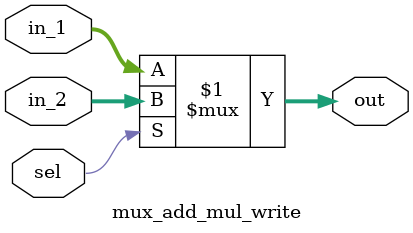
<source format=v>
`timescale 1ns / 1ps
module mux_add_mul_write(
        input [31:0]in_1,
        input [31:0]in_2,
        input sel,
        output [31:0]out
    );
   assign out=sel?in_2:in_1;
endmodule

</source>
